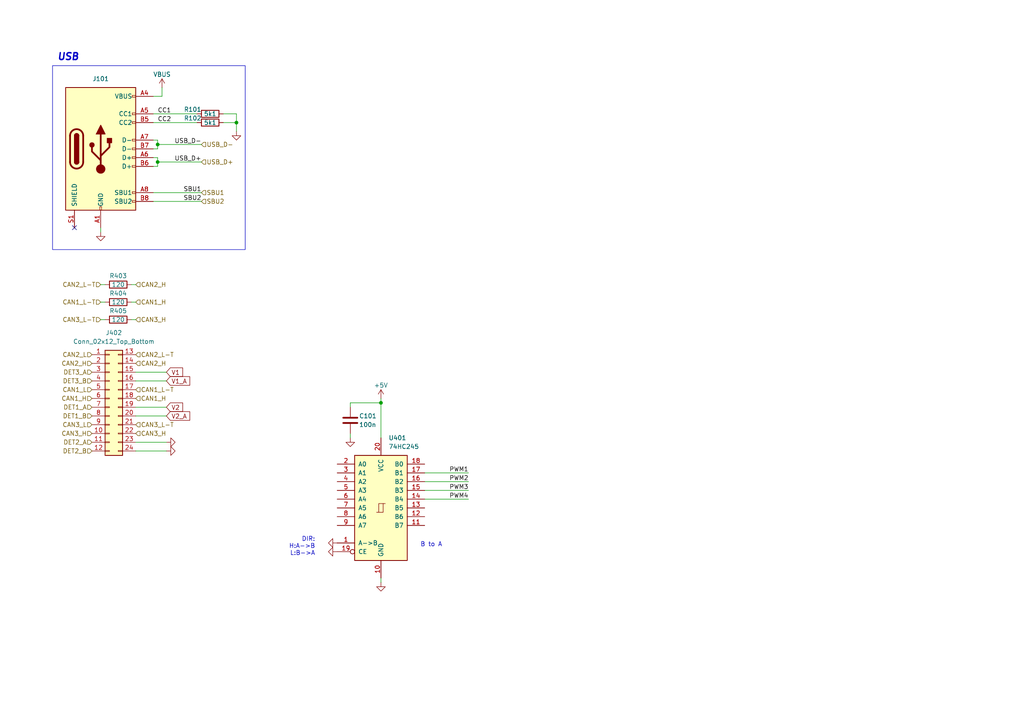
<source format=kicad_sch>
(kicad_sch (version 20230121) (generator eeschema)
  (paper "A4")
  (lib_symbols
    (symbol "74xx:74HC245" (pin_names (offset 1.016))
      (property "Reference" "U" (at -7.62 16.51 0))
      (property "Value" "74HC245" (at -7.62 -16.51 0))
      (symbol "74HC245_1_0"
        (polyline (pts (xy -0.635 -1.27) (xy -0.635 1.27) (xy 0.635 1.27)))
        (polyline (pts (xy -1.27 -1.27) (xy 0.635 -1.27) (xy 0.635 1.27) (xy 1.27 1.27)))
        (pin input line (at -12.7 -10.16 0) (length 5.08) (name "A->B") (number "1"))
        (pin power_in line (at 0 -20.32 90) (length 5.08) (name "GND") (number "10"))
        (pin tri_state line (at 12.7 -5.08 180) (length 5.08) (name "B7") (number "11"))
        (pin tri_state line (at 12.7 -2.54 180) (length 5.08) (name "B6") (number "12"))
        (pin tri_state line (at 12.7 0 180) (length 5.08) (name "B5") (number "13"))
        (pin tri_state line (at 12.7 2.54 180) (length 5.08) (name "B4") (number "14"))
        (pin tri_state line (at 12.7 5.08 180) (length 5.08) (name "B3") (number "15"))
        (pin tri_state line (at 12.7 7.62 180) (length 5.08) (name "B2") (number "16"))
        (pin tri_state line (at 12.7 10.16 180) (length 5.08) (name "B1") (number "17"))
        (pin tri_state line (at 12.7 12.7 180) (length 5.08) (name "B0") (number "18"))
        (pin input inverted (at -12.7 -12.7 0) (length 5.08) (name "CE") (number "19"))
        (pin tri_state line (at -12.7 12.7 0) (length 5.08) (name "A0") (number "2"))
        (pin power_in line (at 0 20.32 270) (length 5.08) (name "VCC") (number "20"))
        (pin tri_state line (at -12.7 10.16 0) (length 5.08) (name "A1") (number "3"))
        (pin tri_state line (at -12.7 7.62 0) (length 5.08) (name "A2") (number "4"))
        (pin tri_state line (at -12.7 5.08 0) (length 5.08) (name "A3") (number "5"))
        (pin tri_state line (at -12.7 2.54 0) (length 5.08) (name "A4") (number "6"))
        (pin tri_state line (at -12.7 0 0) (length 5.08) (name "A5") (number "7"))
        (pin tri_state line (at -12.7 -2.54 0) (length 5.08) (name "A6") (number "8"))
        (pin tri_state line (at -12.7 -5.08 0) (length 5.08) (name "A7") (number "9"))
      )
      (symbol "74HC245_1_1"
        (rectangle (start -7.62 15.24) (end 7.62 -15.24) (stroke (width 0.254)) (fill (type background)))
      )
    )
    (symbol "Connector:USB_C_Receptacle_USB2.0" (pin_names (offset 1.016))
      (property "Reference" "J" (at -10.16 19.05 0))
      (property "Value" "USB_C_Receptacle_USB2.0" (at 19.05 19.05 0))
      (symbol "USB_C_Receptacle_USB2.0_0_0"
        (rectangle (start -0.254 -17.78) (end 0.254 -16.764))
        (rectangle (start 10.16 -14.986) (end 9.144 -15.494))
        (rectangle (start 10.16 -12.446) (end 9.144 -12.954))
        (rectangle (start 10.16 -4.826) (end 9.144 -5.334))
        (rectangle (start 10.16 -2.286) (end 9.144 -2.794))
        (rectangle (start 10.16 0.254) (end 9.144 -0.254))
        (rectangle (start 10.16 2.794) (end 9.144 2.286))
        (rectangle (start 10.16 7.874) (end 9.144 7.366))
        (rectangle (start 10.16 10.414) (end 9.144 9.906))
        (rectangle (start 10.16 15.494) (end 9.144 14.986))
      )
      (symbol "USB_C_Receptacle_USB2.0_0_1"
        (rectangle (start -10.16 17.78) (end 10.16 -17.78) (stroke (width 0.254)) (fill (type background)))
        (arc (start -8.89 -3.81) (mid -6.985 -5.7067) (end -5.08 -3.81) (stroke (width 0.508)))
        (arc (start -7.62 -3.81) (mid -6.985 -4.4423) (end -6.35 -3.81) (stroke (width 0.254)))
        (arc (start -7.62 -3.81) (mid -6.985 -4.4423) (end -6.35 -3.81) (stroke (width 0.254)) (fill (type outline)))
        (rectangle (start -7.62 -3.81) (end -6.35 3.81) (stroke (width 0.254)) (fill (type outline)))
        (arc (start -6.35 3.81) (mid -6.985 4.4423) (end -7.62 3.81) (stroke (width 0.254)))
        (arc (start -6.35 3.81) (mid -6.985 4.4423) (end -7.62 3.81) (stroke (width 0.254)) (fill (type outline)))
        (arc (start -5.08 3.81) (mid -6.985 5.7067) (end -8.89 3.81) (stroke (width 0.508)))
        (circle (center -2.54 1.143) (radius 0.635) (stroke (width 0.254)) (fill (type outline)))
        (circle (center 0 -5.842) (radius 1.27) (fill (type outline)))
        (polyline (pts (xy -8.89 -3.81) (xy -8.89 3.81)) (stroke (width 0.508)))
        (polyline (pts (xy -5.08 3.81) (xy -5.08 -3.81)) (stroke (width 0.508)))
        (polyline (pts (xy 0 -5.842) (xy 0 4.318)) (stroke (width 0.508)))
        (polyline (pts (xy 0 -3.302) (xy -2.54 -0.762) (xy -2.54 0.508)) (stroke (width 0.508)))
        (polyline (pts (xy 0 -2.032) (xy 2.54 0.508) (xy 2.54 1.778)) (stroke (width 0.508)))
        (polyline (pts (xy -1.27 4.318) (xy 0 6.858) (xy 1.27 4.318) (xy -1.27 4.318)) (stroke (width 0.254)) (fill (type outline)))
        (rectangle (start 1.905 1.778) (end 3.175 3.048) (stroke (width 0.254)) (fill (type outline)))
      )
      (symbol "USB_C_Receptacle_USB2.0_1_1"
        (pin passive line (at 0 -22.86 90) (length 5.08) (name "GND") (number "A1"))
        (pin passive line (at 0 -22.86 90) (length 5.08) hide (name "GND") (number "A12"))
        (pin passive line (at 15.24 15.24 180) (length 5.08) (name "VBUS") (number "A4"))
        (pin bidirectional line (at 15.24 10.16 180) (length 5.08) (name "CC1") (number "A5"))
        (pin bidirectional line (at 15.24 -2.54 180) (length 5.08) (name "D+") (number "A6"))
        (pin bidirectional line (at 15.24 2.54 180) (length 5.08) (name "D-") (number "A7"))
        (pin bidirectional line (at 15.24 -12.7 180) (length 5.08) (name "SBU1") (number "A8"))
        (pin passive line (at 15.24 15.24 180) (length 5.08) hide (name "VBUS") (number "A9"))
        (pin passive line (at 0 -22.86 90) (length 5.08) hide (name "GND") (number "B1"))
        (pin passive line (at 0 -22.86 90) (length 5.08) hide (name "GND") (number "B12"))
        (pin passive line (at 15.24 15.24 180) (length 5.08) hide (name "VBUS") (number "B4"))
        (pin bidirectional line (at 15.24 7.62 180) (length 5.08) (name "CC2") (number "B5"))
        (pin bidirectional line (at 15.24 -5.08 180) (length 5.08) (name "D+") (number "B6"))
        (pin bidirectional line (at 15.24 0 180) (length 5.08) (name "D-") (number "B7"))
        (pin bidirectional line (at 15.24 -15.24 180) (length 5.08) (name "SBU2") (number "B8"))
        (pin passive line (at 15.24 15.24 180) (length 5.08) hide (name "VBUS") (number "B9"))
        (pin passive line (at -7.62 -22.86 90) (length 5.08) (name "SHIELD") (number "S1"))
      )
    )
    (symbol "Connector_Generic:Conn_02x12_Top_Bottom" (pin_names (offset 1.016) hide)
      (property "Reference" "J" (at 1.27 15.24 0))
      (property "Value" "Conn_02x12_Top_Bottom" (at 1.27 -17.78 0))
      (symbol "Conn_02x12_Top_Bottom_1_1"
        (rectangle (start -1.27 -15.113) (end 0 -15.367) (stroke (width 0.1524)))
        (rectangle (start -1.27 -12.573) (end 0 -12.827) (stroke (width 0.1524)))
        (rectangle (start -1.27 -10.033) (end 0 -10.287) (stroke (width 0.1524)))
        (rectangle (start -1.27 -7.493) (end 0 -7.747) (stroke (width 0.1524)))
        (rectangle (start -1.27 -4.953) (end 0 -5.207) (stroke (width 0.1524)))
        (rectangle (start -1.27 -2.413) (end 0 -2.667) (stroke (width 0.1524)))
        (rectangle (start -1.27 0.127) (end 0 -0.127) (stroke (width 0.1524)))
        (rectangle (start -1.27 2.667) (end 0 2.413) (stroke (width 0.1524)))
        (rectangle (start -1.27 5.207) (end 0 4.953) (stroke (width 0.1524)))
        (rectangle (start -1.27 7.747) (end 0 7.493) (stroke (width 0.1524)))
        (rectangle (start -1.27 10.287) (end 0 10.033) (stroke (width 0.1524)))
        (rectangle (start -1.27 12.827) (end 0 12.573) (stroke (width 0.1524)))
        (rectangle (start -1.27 13.97) (end 3.81 -16.51) (stroke (width 0.254)) (fill (type background)))
        (rectangle (start 3.81 -15.113) (end 2.54 -15.367) (stroke (width 0.1524)))
        (rectangle (start 3.81 -12.573) (end 2.54 -12.827) (stroke (width 0.1524)))
        (rectangle (start 3.81 -10.033) (end 2.54 -10.287) (stroke (width 0.1524)))
        (rectangle (start 3.81 -7.493) (end 2.54 -7.747) (stroke (width 0.1524)))
        (rectangle (start 3.81 -4.953) (end 2.54 -5.207) (stroke (width 0.1524)))
        (rectangle (start 3.81 -2.413) (end 2.54 -2.667) (stroke (width 0.1524)))
        (rectangle (start 3.81 0.127) (end 2.54 -0.127) (stroke (width 0.1524)))
        (rectangle (start 3.81 2.667) (end 2.54 2.413) (stroke (width 0.1524)))
        (rectangle (start 3.81 5.207) (end 2.54 4.953) (stroke (width 0.1524)))
        (rectangle (start 3.81 7.747) (end 2.54 7.493) (stroke (width 0.1524)))
        (rectangle (start 3.81 10.287) (end 2.54 10.033) (stroke (width 0.1524)))
        (rectangle (start 3.81 12.827) (end 2.54 12.573) (stroke (width 0.1524)))
        (pin passive line (at -5.08 12.7 0) (length 3.81) (name "Pin_1") (number "1"))
        (pin passive line (at -5.08 -10.16 0) (length 3.81) (name "Pin_10") (number "10"))
        (pin passive line (at -5.08 -12.7 0) (length 3.81) (name "Pin_11") (number "11"))
        (pin passive line (at -5.08 -15.24 0) (length 3.81) (name "Pin_12") (number "12"))
        (pin passive line (at 7.62 12.7 180) (length 3.81) (name "Pin_13") (number "13"))
        (pin passive line (at 7.62 10.16 180) (length 3.81) (name "Pin_14") (number "14"))
        (pin passive line (at 7.62 7.62 180) (length 3.81) (name "Pin_15") (number "15"))
        (pin passive line (at 7.62 5.08 180) (length 3.81) (name "Pin_16") (number "16"))
        (pin passive line (at 7.62 2.54 180) (length 3.81) (name "Pin_17") (number "17"))
        (pin passive line (at 7.62 0 180) (length 3.81) (name "Pin_18") (number "18"))
        (pin passive line (at 7.62 -2.54 180) (length 3.81) (name "Pin_19") (number "19"))
        (pin passive line (at -5.08 10.16 0) (length 3.81) (name "Pin_2") (number "2"))
        (pin passive line (at 7.62 -5.08 180) (length 3.81) (name "Pin_20") (number "20"))
        (pin passive line (at 7.62 -7.62 180) (length 3.81) (name "Pin_21") (number "21"))
        (pin passive line (at 7.62 -10.16 180) (length 3.81) (name "Pin_22") (number "22"))
        (pin passive line (at 7.62 -12.7 180) (length 3.81) (name "Pin_23") (number "23"))
        (pin passive line (at 7.62 -15.24 180) (length 3.81) (name "Pin_24") (number "24"))
        (pin passive line (at -5.08 7.62 0) (length 3.81) (name "Pin_3") (number "3"))
        (pin passive line (at -5.08 5.08 0) (length 3.81) (name "Pin_4") (number "4"))
        (pin passive line (at -5.08 2.54 0) (length 3.81) (name "Pin_5") (number "5"))
        (pin passive line (at -5.08 0 0) (length 3.81) (name "Pin_6") (number "6"))
        (pin passive line (at -5.08 -2.54 0) (length 3.81) (name "Pin_7") (number "7"))
        (pin passive line (at -5.08 -5.08 0) (length 3.81) (name "Pin_8") (number "8"))
        (pin passive line (at -5.08 -7.62 0) (length 3.81) (name "Pin_9") (number "9"))
      )
    )
    (symbol "Device:C" (pin_numbers hide) (pin_names (offset 0.254))
      (property "Reference" "C" (at 0.635 2.54 0))
      (property "Value" "C" (at 0.635 -2.54 0))
      (symbol "C_0_1"
        (polyline (pts (xy -2.032 -0.762) (xy 2.032 -0.762)) (stroke (width 0.508)))
        (polyline (pts (xy -2.032 0.762) (xy 2.032 0.762)) (stroke (width 0.508)))
      )
      (symbol "C_1_1"
        (pin passive line (at 0 3.81 270) (length 2.794) (name "~") (number "1"))
        (pin passive line (at 0 -3.81 90) (length 2.794) (name "~") (number "2"))
      )
    )
    (symbol "Device:R" (pin_numbers hide) (pin_names (offset 0))
      (property "Reference" "R" (at 2.032 0 90))
      (property "Value" "R" (at 0 0 90))
      (symbol "R_0_1"
        (rectangle (start -1.016 -2.54) (end 1.016 2.54) (stroke (width 0.254)))
      )
      (symbol "R_1_1"
        (pin passive line (at 0 3.81 270) (length 1.27) (name "~") (number "1"))
        (pin passive line (at 0 -3.81 90) (length 1.27) (name "~") (number "2"))
      )
    )
    (symbol "power:+5V" (power) (pin_names (offset 0))
      (property "Value" "+5V" (at 0 3.556 0))
      (symbol "+5V_0_1"
        (polyline (pts (xy -0.762 1.27) (xy 0 2.54)))
        (polyline (pts (xy 0 0) (xy 0 2.54)))
        (polyline (pts (xy 0 2.54) (xy 0.762 1.27)))
      )
      (symbol "+5V_1_1"
        (pin power_in line (at 0 0 90) (length 0) hide (name "+5V") (number "1"))
      )
    )
    (symbol "power:GND" (power) (pin_names (offset 0))
      (property "Value" "GND" (at 0 -3.81 0))
      (symbol "GND_0_1"
        (polyline (pts (xy 0 0) (xy 0 -1.27) (xy 1.27 -1.27) (xy 0 -2.54) (xy -1.27 -1.27) (xy 0 -1.27)))
      )
      (symbol "GND_1_1"
        (pin power_in line (at 0 0 270) (length 0) hide (name "GND") (number "1"))
      )
    )
    (symbol "power:VBUS" (power) (pin_names (offset 0))
      (property "Value" "VBUS" (at 0 3.81 0))
      (symbol "VBUS_0_1"
        (polyline (pts (xy -0.762 1.27) (xy 0 2.54)))
        (polyline (pts (xy 0 0) (xy 0 2.54)))
        (polyline (pts (xy 0 2.54) (xy 0.762 1.27)))
      )
      (symbol "VBUS_1_1"
        (pin power_in line (at 0 0 90) (length 0) hide (name "VBUS") (number "1"))
      )
    )
  )
  (junction (at 45.72 46.99))
  (junction (at 45.72 41.91))
  (junction (at 110.49 116.84))
  (junction (at 68.58 35.56))
  (no_connect (at 21.59 66.04))
  (wire (pts (xy 30.48 92.71) (xy 29.21 92.71)))
  (wire (pts (xy 44.45 40.64) (xy 45.72 40.64)))
  (wire (pts (xy 29.21 66.04) (xy 29.21 67.31)))
  (wire (pts (xy 45.72 43.18) (xy 44.45 43.18)))
  (wire (pts (xy 48.26 118.11) (xy 39.37 118.11)))
  (wire (pts (xy 110.49 116.84) (xy 110.49 127)))
  (wire (pts (xy 44.45 33.02) (xy 57.15 33.02)))
  (wire (pts (xy 48.26 120.65) (xy 39.37 120.65)))
  (wire (pts (xy 48.26 130.81) (xy 39.37 130.81)))
  (wire (pts (xy 48.26 110.49) (xy 39.37 110.49)))
  (wire (pts (xy 45.72 45.72) (xy 45.72 46.99)))
  (wire (pts (xy 101.6 116.84) (xy 110.49 116.84)))
  (wire (pts (xy 64.77 35.56) (xy 68.58 35.56)))
  (wire (pts (xy 45.72 46.99) (xy 58.42 46.99)))
  (wire (pts (xy 135.89 142.24) (xy 123.19 142.24)))
  (wire (pts (xy 45.72 46.99) (xy 45.72 48.26)))
  (wire (pts (xy 45.72 48.26) (xy 44.45 48.26)))
  (wire (pts (xy 45.72 41.91) (xy 45.72 43.18)))
  (wire (pts (xy 101.6 118.11) (xy 101.6 116.84)))
  (wire (pts (xy 46.99 25.4) (xy 46.99 27.94)))
  (wire (pts (xy 135.89 139.7) (xy 123.19 139.7)))
  (wire (pts (xy 44.45 35.56) (xy 57.15 35.56)))
  (wire (pts (xy 44.45 58.42) (xy 58.42 58.42)))
  (wire (pts (xy 68.58 38.1) (xy 68.58 35.56)))
  (wire (pts (xy 39.37 82.55) (xy 38.1 82.55)))
  (wire (pts (xy 45.72 40.64) (xy 45.72 41.91)))
  (wire (pts (xy 135.89 144.78) (xy 123.19 144.78)))
  (wire (pts (xy 30.48 82.55) (xy 29.21 82.55)))
  (wire (pts (xy 44.45 45.72) (xy 45.72 45.72)))
  (wire (pts (xy 135.89 137.16) (xy 123.19 137.16)))
  (wire (pts (xy 30.48 87.63) (xy 29.21 87.63)))
  (wire (pts (xy 110.49 167.64) (xy 110.49 168.91)))
  (wire (pts (xy 48.26 107.95) (xy 39.37 107.95)))
  (wire (pts (xy 44.45 55.88) (xy 58.42 55.88)))
  (wire (pts (xy 101.6 125.73) (xy 101.6 127)))
  (wire (pts (xy 45.72 41.91) (xy 58.42 41.91)))
  (wire (pts (xy 44.45 27.94) (xy 46.99 27.94)))
  (wire (pts (xy 68.58 33.02) (xy 68.58 35.56)))
  (wire (pts (xy 64.77 33.02) (xy 68.58 33.02)))
  (wire (pts (xy 48.26 128.27) (xy 39.37 128.27)))
  (wire (pts (xy 110.49 115.57) (xy 110.49 116.84)))
  (wire (pts (xy 39.37 92.71) (xy 38.1 92.71)))
  (wire (pts (xy 39.37 87.63) (xy 38.1 87.63)))
  (rectangle (start 15.24 19.05) (end 71.12 72.39))
  (text "USB" (at 16.51 17.78 0) (effects (font (size 2 2) (thickness 0.4) bold italic) (justify left bottom)))
  (text "B to A" (at 121.92 158.75 0) (effects (font (size 1.27 1.27)) (justify left bottom)))
  (text "DIR:\nH:A->B\nL:B->A" (at 91.44 161.29 0) (effects (font (size 1.27 1.27)) (justify right bottom)))
  (label "CC1" (at 45.72 33.02 0))
  (label "USB_D+" (at 58.42 46.99 180))
  (label "USB_D-" (at 58.42 41.91 180))
  (label "PWM4" (at 135.89 144.78 180))
  (label "SBU1" (at 58.42 55.88 180))
  (label "CC2" (at 45.72 35.56 0))
  (label "PWM3" (at 135.89 142.24 180))
  (label "PWM1" (at 135.89 137.16 180))
  (label "SBU2" (at 58.42 58.42 180))
  (label "PWM2" (at 135.89 139.7 180))
  (global_label "V1_A" (shape input) (at 48.26 110.49 0) (property "Intersheetrefs" "${INTERSHEET_REFS}" (effects hide)))
  (global_label "V1" (shape input) (at 48.26 107.95 0) (property "Intersheetrefs" "${INTERSHEET_REFS}" (effects hide)))
  (global_label "V2" (shape input) (at 48.26 118.11 0) (property "Intersheetrefs" "${INTERSHEET_REFS}" (effects hide)))
  (global_label "V2_A" (shape input) (at 48.26 120.65 0) (property "Intersheetrefs" "${INTERSHEET_REFS}" (effects hide)))
  (hierarchical_label "CAN1_H" (shape input) (at 39.37 115.57 0))
  (hierarchical_label "DET2_B" (shape input) (at 26.67 130.81 180))
  (hierarchical_label "CAN1_L" (shape input) (at 26.67 113.03 180))
  (hierarchical_label "CAN3_L" (shape input) (at 26.67 123.19 180))
  (hierarchical_label "CAN1_H" (shape input) (at 26.67 115.57 180))
  (hierarchical_label "DET1_B" (shape input) (at 26.67 120.65 180))
  (hierarchical_label "USB_D-" (shape input) (at 58.42 41.91 0))
  (hierarchical_label "CAN2_H" (shape input) (at 39.37 105.41 0))
  (hierarchical_label "DET1_A" (shape input) (at 26.67 118.11 180))
  (hierarchical_label "CAN3_L-T" (shape input) (at 39.37 123.19 0))
  (hierarchical_label "CAN2_H" (shape input) (at 26.67 105.41 180))
  (hierarchical_label "CAN1_L-T" (shape input) (at 29.21 87.63 180))
  (hierarchical_label "DET3_B" (shape input) (at 26.67 110.49 180))
  (hierarchical_label "DET2_A" (shape input) (at 26.67 128.27 180))
  (hierarchical_label "CAN3_H" (shape input) (at 39.37 92.71 0))
  (hierarchical_label "CAN2_H" (shape input) (at 39.37 82.55 0))
  (hierarchical_label "CAN1_H" (shape input) (at 39.37 87.63 0))
  (hierarchical_label "CAN2_L-T" (shape input) (at 29.21 82.55 180))
  (hierarchical_label "SBU1" (shape input) (at 58.42 55.88 0))
  (hierarchical_label "CAN1_L-T" (shape input) (at 39.37 113.03 0))
  (hierarchical_label "CAN2_L" (shape input) (at 26.67 102.87 180))
  (hierarchical_label "SBU2" (shape input) (at 58.42 58.42 0))
  (hierarchical_label "USB_D+" (shape input) (at 58.42 46.99 0))
  (hierarchical_label "CAN3_H" (shape input) (at 39.37 125.73 0))
  (hierarchical_label "DET3_A" (shape input) (at 26.67 107.95 180))
  (hierarchical_label "CAN2_L-T" (shape input) (at 39.37 102.87 0))
  (hierarchical_label "CAN3_L-T" (shape input) (at 29.21 92.71 180))
  (hierarchical_label "CAN3_H" (shape input) (at 26.67 125.73 180))
  (symbol (lib_id "Device:R") (at 60.96 33.02 90) (unit 1)
    (property "Reference" "R101" (at 55.88 31.75 90))
    (property "Value" "5k1" (at 60.96 33.02 90))
    (property "Footprint" "Resistor_SMD:R_0603_1608Metric" (effects hide))
    (property "LCSC" "C23186" (effects hide))
    (instances (project "bigger-brain" (path "" (reference "R101") (unit 1)) (path "" (reference "R401") (unit 1))))
  )
  (symbol (lib_id "power:GND") (at 48.26 128.27 90) (mirror x) (unit 1)
    (property "Reference" "#PWR0404" (effects hide))
    (property "Value" "GND" (effects hide))
  )
  (symbol (lib_id "Device:R") (at 34.29 87.63 90) (unit 1)
    (property "Reference" "R404" (at 34.29 85.09 90))
    (property "Value" "120" (at 34.29 87.63 90))
    (property "Footprint" "Resistor_SMD:R_1206_3216Metric" (effects hide))
  )
  (symbol (lib_id "Device:R") (at 34.29 92.71 90) (unit 1)
    (property "Reference" "R405" (at 34.29 90.17 90))
    (property "Value" "120" (at 34.29 92.71 90))
    (property "Footprint" "Resistor_SMD:R_1206_3216Metric" (effects hide))
  )
  (symbol (lib_id "power:GND") (at 29.21 67.31 0) (unit 1)
    (property "Reference" "#PWR0113" (effects hide))
    (property "Value" "GND" (effects hide))
    (instances (project "bigger-brain" (path "" (reference "#PWR0113") (unit 1)) (path "" (reference "#PWR0403") (unit 1))))
  )
  (symbol (lib_id "power:GND") (at 48.26 130.81 90) (mirror x) (unit 1)
    (property "Reference" "#PWR0405" (effects hide))
    (property "Value" "GND" (effects hide))
  )
  (symbol (lib_id "power:GND") (at 97.79 160.02 270) (mirror x) (unit 1)
    (property "Reference" "#PWR0409" (effects hide))
    (property "Value" "GND" (effects hide))
  )
  (symbol (lib_id "power:GND") (at 110.49 168.91 0) (mirror y) (unit 1)
    (property "Reference" "#PWR0408" (effects hide))
    (property "Value" "GND" (effects hide))
  )
  (symbol (lib_id "Device:R") (at 60.96 35.56 90) (unit 1)
    (property "Reference" "R102" (at 55.88 34.29 90))
    (property "Value" "5k1" (at 60.96 35.56 90))
    (property "Footprint" "Resistor_SMD:R_0603_1608Metric" (effects hide))
    (property "LCSC" "C23186" (effects hide))
    (instances (project "bigger-brain" (path "" (reference "R102") (unit 1)) (path "" (reference "R402") (unit 1))))
  )
  (symbol (lib_id "Device:C") (at 101.6 121.92 0) (unit 1)
    (property "Reference" "C101" (at 104.14 120.65 0) (effects (justify left)))
    (property "Value" "100n" (at 104.14 123.19 0) (effects (justify left)))
    (property "Footprint" "Capacitor_SMD:C_0603_1608Metric" (effects hide))
    (property "LCSC" "C57112" (effects hide))
    (instances (project "bigger-brain" (path "" (reference "C101") (unit 1)) (path "" (reference "C201") (unit 1)) (path "" (reference "C401") (unit 1))))
  )
  (symbol (lib_id "Device:R") (at 34.29 82.55 90) (unit 1)
    (property "Reference" "R403" (at 34.29 80.01 90))
    (property "Value" "120" (at 34.29 82.55 90))
    (property "Footprint" "Resistor_SMD:R_1206_3216Metric" (effects hide))
  )
  (symbol (lib_id "power:GND") (at 68.58 38.1 0) (unit 1)
    (property "Reference" "#PWR0114" (effects hide))
    (property "Value" "GND" (effects hide))
    (instances (project "bigger-brain" (path "" (reference "#PWR0114") (unit 1)) (path "" (reference "#PWR0402") (unit 1))))
  )
  (symbol (lib_id "power:VBUS") (at 46.99 25.4 0) (unit 1)
    (property "Reference" "#PWR0116" (effects hide))
    (property "Value" "VBUS" (at 46.99 21.59 0))
    (instances (project "bigger-brain" (path "" (reference "#PWR0116") (unit 1)) (path "" (reference "#PWR0401") (unit 1))))
  )
  (symbol (lib_id "power:+5V") (at 110.49 115.57 0) (unit 1)
    (property "Reference" "#PWR0406" (effects hide))
    (property "Value" "+5V" (at 110.49 111.76 0))
  )
  (symbol (lib_id "Connector:USB_C_Receptacle_USB2.0") (at 29.21 43.18 0) (unit 1)
    (property "Reference" "J101" (at 29.21 22.86 0))
    (property "Value" "USB_C_Receptacle_USB2.0" (effects hide))
    (property "Footprint" "NVF-Kicad:USB_C_Receptacle_HRO_TYPE-C-31-M-12" (effects hide))
    (property "Datasheet" "https://www.usb.org/sites/default/files/documents/usb_type-c.zip" (effects hide))
    (property "LCSC" "C165948" (effects hide))
    (instances (project "bigger-brain" (path "" (reference "J101") (unit 1)) (path "" (reference "J401") (unit 1))))
  )
  (symbol (lib_id "power:GND") (at 97.79 157.48 270) (mirror x) (unit 1)
    (property "Reference" "#PWR0410" (effects hide))
    (property "Value" "GND" (effects hide))
  )
  (symbol (lib_id "Connector_Generic:Conn_02x12_Top_Bottom") (at 31.75 115.57 0) (unit 1)
    (property "Reference" "J402" (at 33.02 96.52 0))
    (property "Value" "Conn_02x12_Top_Bottom" (at 33.02 99.06 0))
    (property "Footprint" "Connector_Molex:Molex_Mini-Fit_Jr_5566-24A_2x12_P4.20mm_Vertical" (effects hide))
  )
  (symbol (lib_id "74xx:74HC245") (at 110.49 147.32 0) (unit 1)
    (property "Reference" "U401" (at 112.6841 127 0) (effects (justify left)))
    (property "Value" "74HC245" (at 112.6841 129.54 0) (effects (justify left)))
    (property "Footprint" "Package_SO:TSSOP-20_4.4x6.5mm_P0.65mm" (effects hide))
    (property "Datasheet" "http://www.ti.com/lit/gpn/sn74HC245" (effects hide))
  )
  (symbol (lib_id "power:GND") (at 101.6 127 0) (mirror y) (unit 1)
    (property "Reference" "#PWR0407" (effects hide))
    (property "Value" "GND" (effects hide))
  )
)
</source>
